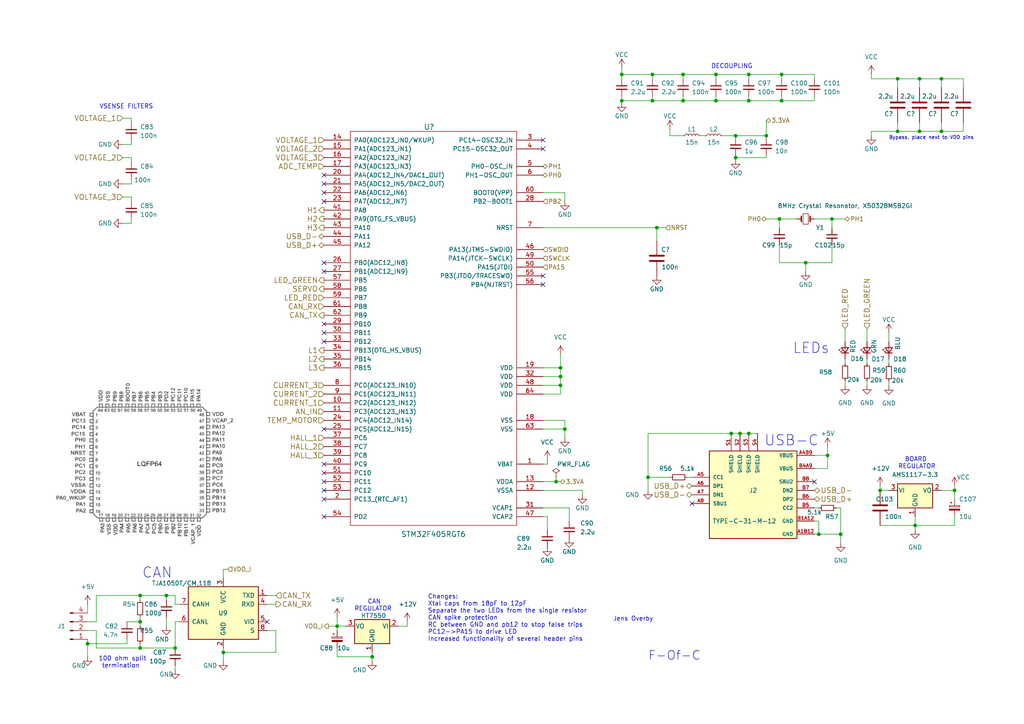
<source format=kicad_sch>
(kicad_sch (version 20211123) (generator eeschema)
  (paper "A4")
  (lib_symbols
    (symbol "BLDC_4-rescue:C-RESCUE-BLDC_4" (pin_numbers hide) (pin_names (offset 0.254))
      (property "Reference" "C" (at 0 2.54 0))
      (property "Value" "C-RESCUE-BLDC_4" (at 0.1524 -2.159 0))
      (symbol "C-RESCUE-BLDC_4_1_1"
        (pin passive line (at 0 5.08 270) (length 4.318) (name "~") (number "1"))
        (pin passive line (at 0 -5.08 90) (length 4.318) (name "~") (number "2"))
      )
    )
    (symbol "BLDC_4-rescue:STM32F40X_LQFP64" (pin_names (offset 1.016))
      (property "Reference" "U" (at -1.27 58.42 0))
      (property "Value" "STM32F40X_LQFP64" (at 0 -59.69 0))
      (symbol "STM32F40X_LQFP64_1_1"
        (pin power_in line (at 31.75 -39.37 180) (length 7.62) (name "VBAT") (number "1"))
        (pin bidirectional line (at -31.75 -21.59 0) (length 7.62) (name "PC2(ADC123_IN12)") (number "10"))
        (pin bidirectional line (at -31.75 -24.13 0) (length 7.62) (name "PC3(ADC123_IN13)") (number "11"))
        (pin power_in line (at 31.75 -46.99 180) (length 7.62) (name "VSSA") (number "12"))
        (pin power_in line (at 31.75 -44.45 180) (length 7.62) (name "VDDA") (number "13"))
        (pin bidirectional line (at -31.75 54.61 0) (length 7.62) (name "PA0(ADC123_IN0/WKUP)") (number "14"))
        (pin bidirectional line (at -31.75 52.07 0) (length 7.62) (name "PA1(ADC123_IN1)") (number "15"))
        (pin bidirectional line (at -31.75 49.53 0) (length 7.62) (name "PA2(ADC123_IN2)") (number "16"))
        (pin bidirectional line (at -31.75 46.99 0) (length 7.62) (name "PA3(ADC123_IN3)") (number "17"))
        (pin power_in line (at 31.75 -26.67 180) (length 7.62) (name "VSS") (number "18"))
        (pin power_in line (at 31.75 -11.43 180) (length 7.62) (name "VDD") (number "19"))
        (pin bidirectional line (at -31.75 -49.53 0) (length 7.62) (name "PC13_(RTC_AF1)") (number "2"))
        (pin bidirectional line (at -31.75 44.45 0) (length 7.62) (name "PA4(ADC12_IN4/DAC1_OUT)") (number "20"))
        (pin bidirectional line (at -31.75 41.91 0) (length 7.62) (name "PA5(ADC12_IN5/DAC2_OUT)") (number "21"))
        (pin bidirectional line (at -31.75 39.37 0) (length 7.62) (name "PA6(ADC12_IN6)") (number "22"))
        (pin bidirectional line (at -31.75 36.83 0) (length 7.62) (name "PA7(ADC12_IN7)") (number "23"))
        (pin bidirectional line (at -31.75 -26.67 0) (length 7.62) (name "PC4(ADC12_IN14)") (number "24"))
        (pin bidirectional line (at -31.75 -29.21 0) (length 7.62) (name "PC5(ADC12_IN15)") (number "25"))
        (pin bidirectional line (at -31.75 19.05 0) (length 7.62) (name "PB0(ADC12_IN8)") (number "26"))
        (pin bidirectional line (at -31.75 16.51 0) (length 7.62) (name "PB1(ADC12_IN9)") (number "27"))
        (pin bidirectional line (at 31.75 36.83 180) (length 7.62) (name "PB2-BOOT1") (number "28"))
        (pin bidirectional line (at -31.75 1.27 0) (length 7.62) (name "PB10") (number "29"))
        (pin bidirectional line (at 31.75 54.61 180) (length 7.62) (name "PC14-OSC32_IN") (number "3"))
        (pin bidirectional line (at -31.75 -1.27 0) (length 7.62) (name "PB11") (number "30"))
        (pin power_out line (at 31.75 -52.07 180) (length 7.62) (name "VCAP1") (number "31"))
        (pin power_in line (at 31.75 -13.97 180) (length 7.62) (name "VDD") (number "32"))
        (pin bidirectional line (at -31.75 -3.81 0) (length 7.62) (name "PB12") (number "33"))
        (pin bidirectional line (at -31.75 -6.35 0) (length 7.62) (name "PB13(OTG_HS_VBUS)") (number "34"))
        (pin bidirectional line (at -31.75 -8.89 0) (length 7.62) (name "PB14") (number "35"))
        (pin bidirectional line (at -31.75 -11.43 0) (length 7.62) (name "PB15") (number "36"))
        (pin bidirectional line (at -31.75 -31.75 0) (length 7.62) (name "PC6") (number "37"))
        (pin bidirectional line (at -31.75 -34.29 0) (length 7.62) (name "PC7") (number "38"))
        (pin bidirectional line (at -31.75 -36.83 0) (length 7.62) (name "PC8") (number "39"))
        (pin power_in line (at 31.75 52.07 180) (length 7.62) (name "PC15-OSC32_OUT") (number "4"))
        (pin bidirectional line (at -31.75 -39.37 0) (length 7.62) (name "PC9") (number "40"))
        (pin bidirectional line (at -31.75 34.29 0) (length 7.62) (name "PA8") (number "41"))
        (pin bidirectional line (at -31.75 31.75 0) (length 7.62) (name "PA9(OTG_FS_VBUS)") (number "42"))
        (pin bidirectional line (at -31.75 29.21 0) (length 7.62) (name "PA10") (number "43"))
        (pin bidirectional line (at -31.75 26.67 0) (length 7.62) (name "PA11") (number "44"))
        (pin bidirectional line (at -31.75 24.13 0) (length 7.62) (name "PA12") (number "45"))
        (pin bidirectional line (at 31.75 22.86 180) (length 7.62) (name "PA13(JTMS-SWDIO)") (number "46"))
        (pin power_out line (at 31.75 -54.61 180) (length 7.62) (name "VCAP2") (number "47"))
        (pin power_in line (at 31.75 -16.51 180) (length 7.62) (name "VDD") (number "48"))
        (pin bidirectional line (at 31.75 20.32 180) (length 7.62) (name "PA14(JTCK-SWCLK)") (number "49"))
        (pin bidirectional line (at 31.75 46.99 180) (length 7.62) (name "PH0-OSC_IN") (number "5"))
        (pin bidirectional line (at 31.75 17.78 180) (length 7.62) (name "PA15(JTDI)") (number "50"))
        (pin bidirectional line (at -31.75 -41.91 0) (length 7.62) (name "PC10") (number "51"))
        (pin bidirectional line (at -31.75 -44.45 0) (length 7.62) (name "PC11") (number "52"))
        (pin bidirectional line (at -31.75 -46.99 0) (length 7.62) (name "PC12") (number "53"))
        (pin bidirectional line (at -31.75 -54.61 0) (length 7.62) (name "PD2") (number "54"))
        (pin bidirectional line (at 31.75 15.24 180) (length 7.62) (name "PB3(JTDO/TRACESWO)") (number "55"))
        (pin bidirectional line (at 31.75 12.7 180) (length 7.62) (name "PB4(NJTRST)") (number "56"))
        (pin bidirectional line (at -31.75 13.97 0) (length 7.62) (name "PB5") (number "57"))
        (pin bidirectional line (at -31.75 11.43 0) (length 7.62) (name "PB6") (number "58"))
        (pin bidirectional line (at -31.75 8.89 0) (length 7.62) (name "PB7") (number "59"))
        (pin bidirectional line (at 31.75 44.45 180) (length 7.62) (name "PH1-OSC_OUT") (number "6"))
        (pin input line (at 31.75 39.37 180) (length 7.62) (name "BOOT0(VPP)") (number "60"))
        (pin bidirectional line (at -31.75 6.35 0) (length 7.62) (name "PB8") (number "61"))
        (pin bidirectional line (at -31.75 3.81 0) (length 7.62) (name "PB9") (number "62"))
        (pin power_in line (at 31.75 -29.21 180) (length 7.62) (name "VSS") (number "63"))
        (pin power_in line (at 31.75 -19.05 180) (length 7.62) (name "VDD") (number "64"))
        (pin bidirectional line (at 31.75 29.21 180) (length 7.62) (name "NRST") (number "7"))
        (pin bidirectional line (at -31.75 -16.51 0) (length 7.62) (name "PC0(ADC123_IN10)") (number "8"))
        (pin bidirectional line (at -31.75 -19.05 0) (length 7.62) (name "PC1(ADC123_IN11)") (number "9"))
      )
    )
    (symbol "Connector:Conn_01x04_Male" (pin_names (offset 1.016) hide)
      (property "Reference" "J" (at 0 5.08 0))
      (property "Value" "Conn_01x04_Male" (at 0 -7.62 0))
      (symbol "Conn_01x04_Male_1_1"
        (pin passive line (at 5.08 2.54 180) (length 3.81) (name "Pin_1") (number "1"))
        (pin passive line (at 5.08 0 180) (length 3.81) (name "Pin_2") (number "2"))
        (pin passive line (at 5.08 -2.54 180) (length 3.81) (name "Pin_3") (number "3"))
        (pin passive line (at 5.08 -5.08 180) (length 3.81) (name "Pin_4") (number "4"))
      )
    )
    (symbol "Device:C_Polarized_Small" (pin_numbers hide) (pin_names (offset 0.254) hide)
      (property "Reference" "C" (at 0.254 1.778 0))
      (property "Value" "C_Polarized_Small" (at 0.254 -2.032 0))
      (symbol "C_Polarized_Small_1_1"
        (pin passive line (at 0 2.54 270) (length 1.8542) (name "~") (number "1"))
        (pin passive line (at 0 -2.54 90) (length 1.8542) (name "~") (number "2"))
      )
    )
    (symbol "Device:C_Small" (pin_numbers hide) (pin_names (offset 0.254) hide)
      (property "Reference" "C" (at 0.254 1.778 0))
      (property "Value" "C_Small" (at 0.254 -2.032 0))
      (symbol "C_Small_1_1"
        (pin passive line (at 0 2.54 270) (length 2.032) (name "~") (number "1"))
        (pin passive line (at 0 -2.54 90) (length 2.032) (name "~") (number "2"))
      )
    )
    (symbol "Device:Crystal_Small" (pin_numbers hide) (pin_names (offset 1.016) hide)
      (property "Reference" "Y" (at 0 2.54 0))
      (property "Value" "Crystal_Small" (at 0 -2.54 0))
      (symbol "Crystal_Small_1_1"
        (pin passive line (at -2.54 0 0) (length 1.27) (name "1") (number "1"))
        (pin passive line (at 2.54 0 180) (length 1.27) (name "2") (number "2"))
      )
    )
    (symbol "Device:LED_Small" (pin_numbers hide) (pin_names (offset 0.254) hide)
      (property "Reference" "D" (at -1.27 3.175 0))
      (property "Value" "LED_Small" (at -4.445 -2.54 0))
      (symbol "LED_Small_1_1"
        (pin passive line (at -2.54 0 0) (length 1.778) (name "K") (number "1"))
        (pin passive line (at 2.54 0 180) (length 1.778) (name "A") (number "2"))
      )
    )
    (symbol "Device:L_Small" (pin_numbers hide) (pin_names (offset 0.254) hide)
      (property "Reference" "L" (at 0.762 1.016 0))
      (property "Value" "L_Small" (at 0.762 -1.016 0))
      (symbol "L_Small_1_1"
        (pin passive line (at 0 2.54 270) (length 0.508) (name "~") (number "1"))
        (pin passive line (at 0 -2.54 90) (length 0.508) (name "~") (number "2"))
      )
    )
    (symbol "Device:R_Small" (pin_numbers hide) (pin_names (offset 0.254) hide)
      (property "Reference" "R" (at 0.762 0.508 0))
      (property "Value" "R_Small" (at 0.762 -1.016 0))
      (symbol "R_Small_1_1"
        (pin passive line (at 0 2.54 270) (length 0.762) (name "~") (number "1"))
        (pin passive line (at 0 -2.54 90) (length 0.762) (name "~") (number "2"))
      )
    )
    (symbol "Interface_CAN_LIN:TJA1051T-3" (pin_names (offset 1.016))
      (property "Reference" "U" (at -10.16 8.89 0))
      (property "Value" "TJA1051T-3" (at 1.27 8.89 0))
      (symbol "TJA1051T-3_1_1"
        (pin input line (at -12.7 5.08 0) (length 2.54) (name "TXD") (number "1"))
        (pin power_in line (at 0 -10.16 90) (length 2.54) (name "GND") (number "2"))
        (pin power_in line (at 0 10.16 270) (length 2.54) (name "VCC") (number "3"))
        (pin output line (at -12.7 2.54 0) (length 2.54) (name "RXD") (number "4"))
        (pin power_in line (at -12.7 -2.54 0) (length 2.54) (name "VIO") (number "5"))
        (pin bidirectional line (at 12.7 -2.54 180) (length 2.54) (name "CANL") (number "6"))
        (pin bidirectional line (at 12.7 2.54 180) (length 2.54) (name "CANH") (number "7"))
        (pin input line (at -12.7 -5.08 0) (length 2.54) (name "S") (number "8"))
      )
    )
    (symbol "Regulator_Linear:L79L08_SOT89" (pin_names (offset 0.254))
      (property "Reference" "U" (at -3.81 -3.175 0))
      (property "Value" "L79L08_SOT89" (at 0 -3.175 0))
      (symbol "L79L08_SOT89_1_1"
        (pin power_in line (at 0 7.62 270) (length 2.54) (name "GND") (number "1"))
        (pin power_in line (at -7.62 0 0) (length 2.54) (name "VI") (number "2"))
        (pin power_out line (at 7.62 0 180) (length 2.54) (name "VO") (number "3"))
      )
    )
    (symbol "Regulator_Linear:LM1117-3.3" (pin_names (offset 0.254))
      (property "Reference" "U" (at -3.81 3.175 0))
      (property "Value" "LM1117-3.3" (at 0 3.175 0))
      (symbol "LM1117-3.3_1_1"
        (pin power_in line (at 0 -7.62 90) (length 2.54) (name "GND") (number "1"))
        (pin power_out line (at 7.62 0 180) (length 2.54) (name "VO") (number "2"))
        (pin power_in line (at -7.62 0 0) (length 2.54) (name "VI") (number "3"))
      )
    )
    (symbol "TYPE-C-31-M-12:TYPE-C-31-M-12" (pin_names (offset 1.016))
      (property "Reference" "J" (at -12.7 13.462 0))
      (property "Value" "TYPE-C-31-M-12" (at -10.16 -8.89 0))
      (symbol "TYPE-C-31-M-12_0_0"
        (pin power_in line (at 17.78 -11.43 180) (length 5.08) (name "GND") (number "A1B12"))
        (pin power_in line (at 17.78 11.43 180) (length 5.08) (name "VBUS") (number "A4B9"))
        (pin bidirectional line (at -17.78 5.08 0) (length 5.08) (name "CC1") (number "A5"))
        (pin bidirectional line (at -17.78 2.54 0) (length 5.08) (name "DP1") (number "A6"))
        (pin bidirectional line (at -17.78 0 0) (length 5.08) (name "DN1") (number "A7"))
        (pin bidirectional line (at -17.78 -2.54 0) (length 5.08) (name "SBU1") (number "A8"))
        (pin power_in line (at 17.78 -7.62 180) (length 5.08) (name "GND") (number "B1A12"))
        (pin power_in line (at 17.78 7.62 180) (length 5.08) (name "VBUS") (number "B4A9"))
        (pin bidirectional line (at 17.78 -3.81 180) (length 5.08) (name "CC2") (number "B5"))
        (pin bidirectional line (at 17.78 -1.27 180) (length 5.08) (name "DP2") (number "B6"))
        (pin bidirectional line (at 17.78 1.27 180) (length 5.08) (name "DN2") (number "B7"))
        (pin bidirectional line (at 17.78 3.81 180) (length 5.08) (name "SBU2") (number "B8"))
        (pin passive line (at -6.35 17.78 270) (length 5.08) (name "SHIELD") (number "S1"))
        (pin passive line (at -3.81 17.78 270) (length 5.08) (name "SHIELD") (number "S2"))
        (pin passive line (at -1.27 17.78 270) (length 5.08) (name "SHIELD") (number "S3"))
        (pin passive line (at 1.27 17.78 270) (length 5.08) (name "SHIELD") (number "S4"))
      )
    )
    (symbol "power:+12V" (power) (pin_names (offset 0))
      (property "Value" "+12V" (at 0 3.556 0))
      (symbol "+12V_1_1"
        (pin power_in line (at 0 0 90) (length 0) hide (name "+12V") (number "1"))
      )
    )
    (symbol "power:+5V" (power) (pin_names (offset 0))
      (property "Value" "+5V" (at 0 3.556 0))
      (symbol "+5V_1_1"
        (pin power_in line (at 0 0 90) (length 0) hide (name "+5V") (number "1"))
      )
    )
    (symbol "power:GND" (power) (pin_names (offset 0))
      (property "Value" "GND" (at 0 -3.81 0))
      (symbol "GND_1_1"
        (pin power_in line (at 0 0 270) (length 0) hide (name "GND") (number "1"))
      )
    )
    (symbol "power:PWR_FLAG" (power) (pin_numbers hide) (pin_names (offset 0) hide)
      (property "Value" "PWR_FLAG" (at 0 3.81 0))
      (symbol "PWR_FLAG_0_0"
        (pin power_out line (at 0 0 90) (length 0) (name "pwr") (number "1"))
      )
    )
    (symbol "power:VCC" (power) (pin_names (offset 0))
      (property "Value" "VCC" (at 0 3.81 0))
      (symbol "VCC_1_1"
        (pin power_in line (at 0 0 90) (length 0) hide (name "VCC") (number "1"))
      )
    )
  )
  (junction (at 226.06 63.5))
  (junction (at 266.7 38.1))
  (junction (at 217.17 21.59))
  (junction (at 207.645 21.59))
  (junction (at 190.5 66.04))
  (junction (at 260.35 38.1))
  (junction (at 161.29 139.7))
  (junction (at 266.7 22.86))
  (junction (at 241.3 63.5))
  (junction (at 162.56 109.22))
  (junction (at 276.86 142.24))
  (junction (at 214.63 125.73))
  (junction (at 180.34 21.59))
  (junction (at 162.56 111.76))
  (junction (at 233.68 76.2))
  (junction (at 50.8 187.96))
  (junction (at 40.64 180.34))
  (junction (at 48.26 172.72))
  (junction (at 260.35 22.86))
  (junction (at 25.4 186.69))
  (junction (at 198.12 21.59))
  (junction (at 189.23 21.59))
  (junction (at 217.17 29.21))
  (junction (at 222.25 39.37))
  (junction (at 243.84 154.94))
  (junction (at 180.34 29.21))
  (junction (at 237.49 154.94))
  (junction (at 213.36 45.72))
  (junction (at 163.83 124.46))
  (junction (at 189.23 29.21))
  (junction (at 213.36 39.37))
  (junction (at 64.77 189.23))
  (junction (at 212.09 125.73))
  (junction (at 255.27 142.24))
  (junction (at 273.05 38.1))
  (junction (at 265.43 152.4))
  (junction (at 273.05 22.86))
  (junction (at 97.79 181.61))
  (junction (at 198.12 29.21))
  (junction (at 40.64 187.96))
  (junction (at 107.95 190.5))
  (junction (at 240.03 132.08))
  (junction (at 217.17 125.73))
  (junction (at 187.96 138.43))
  (junction (at 207.645 29.21))
  (junction (at 40.64 172.72))
  (junction (at 226.695 29.21))
  (junction (at 162.56 106.68))
  (junction (at 226.695 21.59))
  (no_connect (at 93.98 58.42))
  (no_connect (at 93.98 76.2))
  (no_connect (at 93.98 144.78))
  (no_connect (at 93.98 149.86))
  (no_connect (at 93.98 96.52))
  (no_connect (at 93.98 78.74))
  (no_connect (at 157.48 40.64))
  (no_connect (at 157.48 43.18))
  (no_connect (at 93.98 124.46))
  (no_connect (at 93.98 139.7))
  (no_connect (at 157.48 82.55))
  (no_connect (at 157.48 80.01))
  (no_connect (at 93.98 50.8))
  (no_connect (at 93.98 142.24))
  (no_connect (at 200.66 146.05))
  (no_connect (at 93.98 99.06))
  (no_connect (at 93.98 93.98))
  (no_connect (at 93.98 137.16))
  (no_connect (at 93.98 134.62))
  (no_connect (at 77.47 180.34))
  (no_connect (at 236.22 139.7))
  (no_connect (at 93.98 53.34))
  (no_connect (at 93.98 55.88))
  (wire (pts (xy 252.73 22.86) (xy 260.35 22.86)))
  (wire (pts (xy 260.35 22.86) (xy 266.7 22.86)))
  (wire (pts (xy 209.55 39.37) (xy 213.36 39.37)))
  (wire (pts (xy 273.05 22.86) (xy 273.05 25.4)))
  (wire (pts (xy 157.48 106.68) (xy 162.56 106.68)))
  (wire (pts (xy 80.01 189.23) (xy 80.01 182.88)))
  (wire (pts (xy 158.75 134.62) (xy 158.75 133.35)))
  (wire (pts (xy 25.4 185.42) (xy 25.4 186.69)))
  (wire (pts (xy 226.695 29.21) (xy 236.22 29.21)))
  (wire (pts (xy 207.645 29.21) (xy 217.17 29.21)))
  (wire (pts (xy 265.43 152.4) (xy 255.27 152.4)))
  (wire (pts (xy 245.11 95.25) (xy 245.11 99.06)))
  (wire (pts (xy 198.12 21.59) (xy 198.12 22.86)))
  (wire (pts (xy 266.7 38.1) (xy 273.05 38.1)))
  (wire (pts (xy 213.36 46.355) (xy 213.36 45.72)))
  (wire (pts (xy 180.34 29.845) (xy 180.34 29.21)))
  (wire (pts (xy 161.29 138.43) (xy 161.29 139.7)))
  (wire (pts (xy 236.22 135.89) (xy 240.03 135.89)))
  (wire (pts (xy 36.83 180.34) (xy 40.64 180.34)))
  (wire (pts (xy 237.49 151.13) (xy 237.49 154.94)))
  (wire (pts (xy 217.17 21.59) (xy 226.695 21.59)))
  (wire (pts (xy 194.31 39.37) (xy 198.12 39.37)))
  (wire (pts (xy 222.25 63.5) (xy 226.06 63.5)))
  (wire (pts (xy 213.36 40.005) (xy 213.36 39.37)))
  (wire (pts (xy 236.22 27.94) (xy 236.22 29.21)))
  (wire (pts (xy 50.8 180.34) (xy 50.8 187.96)))
  (wire (pts (xy 38.1 46.99) (xy 38.1 45.72)))
  (wire (pts (xy 207.645 21.59) (xy 217.17 21.59)))
  (wire (pts (xy 163.83 121.92) (xy 163.83 124.46)))
  (wire (pts (xy 187.96 138.43) (xy 194.31 138.43)))
  (wire (pts (xy 52.07 175.26) (xy 50.8 175.26)))
  (wire (pts (xy 243.84 154.94) (xy 243.84 157.48)))
  (wire (pts (xy 64.77 187.96) (xy 64.77 189.23)))
  (wire (pts (xy 276.86 140.97) (xy 276.86 142.24)))
  (wire (pts (xy 97.79 181.61) (xy 100.33 181.61)))
  (wire (pts (xy 241.3 71.12) (xy 241.3 76.2)))
  (wire (pts (xy 241.3 63.5) (xy 241.3 66.04)))
  (wire (pts (xy 50.8 193.04) (xy 50.8 194.31)))
  (wire (pts (xy 273.05 38.1) (xy 273.05 35.56)))
  (wire (pts (xy 35.56 57.15) (xy 38.1 57.15)))
  (wire (pts (xy 162.56 111.76) (xy 157.48 111.76)))
  (wire (pts (xy 279.4 38.1) (xy 279.4 35.56)))
  (wire (pts (xy 38.1 52.07) (xy 38.1 53.34)))
  (wire (pts (xy 162.56 139.7) (xy 161.29 139.7)))
  (wire (pts (xy 50.8 172.72) (xy 50.8 175.26)))
  (wire (pts (xy 38.1 35.56) (xy 38.1 34.29)))
  (wire (pts (xy 242.57 147.32) (xy 243.84 147.32)))
  (wire (pts (xy 163.83 58.42) (xy 163.83 55.88)))
  (wire (pts (xy 243.84 147.32) (xy 243.84 154.94)))
  (wire (pts (xy 162.56 109.22) (xy 162.56 111.76)))
  (wire (pts (xy 240.03 129.54) (xy 240.03 132.08)))
  (wire (pts (xy 203.2 39.37) (xy 204.47 39.37)))
  (wire (pts (xy 165.1 151.13) (xy 165.1 147.32)))
  (wire (pts (xy 236.22 21.59) (xy 236.22 22.86)))
  (wire (pts (xy 118.11 180.34) (xy 118.11 181.61)))
  (wire (pts (xy 25.4 175.26) (xy 25.4 177.8)))
  (wire (pts (xy 157.48 121.92) (xy 163.83 121.92)))
  (wire (pts (xy 157.48 134.62) (xy 158.75 134.62)))
  (wire (pts (xy 40.64 172.72) (xy 40.64 173.99)))
  (wire (pts (xy 107.95 190.5) (xy 107.95 189.23)))
  (wire (pts (xy 279.4 22.86) (xy 279.4 25.4)))
  (wire (pts (xy 162.56 102.87) (xy 162.56 106.68)))
  (wire (pts (xy 207.645 21.59) (xy 207.645 22.86)))
  (wire (pts (xy 245.11 104.14) (xy 245.11 105.41)))
  (wire (pts (xy 38.1 53.34) (xy 35.56 53.34)))
  (wire (pts (xy 157.48 124.46) (xy 163.83 124.46)))
  (wire (pts (xy 217.17 29.21) (xy 226.695 29.21)))
  (wire (pts (xy 64.77 165.1) (xy 64.77 167.64)))
  (wire (pts (xy 189.23 21.59) (xy 189.23 22.86)))
  (wire (pts (xy 52.07 180.34) (xy 50.8 180.34)))
  (wire (pts (xy 213.36 45.72) (xy 213.36 45.085)))
  (wire (pts (xy 27.94 182.88) (xy 27.94 187.96)))
  (wire (pts (xy 217.17 125.73) (xy 219.71 125.73)))
  (wire (pts (xy 168.91 142.24) (xy 157.48 142.24)))
  (wire (pts (xy 97.79 187.96) (xy 97.79 190.5)))
  (wire (pts (xy 213.36 45.72) (xy 222.25 45.72)))
  (wire (pts (xy 180.34 21.59) (xy 180.34 22.86)))
  (wire (pts (xy 251.46 95.25) (xy 251.46 99.06)))
  (wire (pts (xy 212.09 125.73) (xy 214.63 125.73)))
  (wire (pts (xy 50.8 187.96) (xy 40.64 187.96)))
  (wire (pts (xy 180.34 27.94) (xy 180.34 29.21)))
  (wire (pts (xy 161.29 139.7) (xy 157.48 139.7)))
  (wire (pts (xy 40.64 179.07) (xy 40.64 180.34)))
  (wire (pts (xy 236.22 63.5) (xy 241.3 63.5)))
  (wire (pts (xy 276.86 142.24) (xy 276.86 144.78)))
  (wire (pts (xy 233.68 76.2) (xy 233.68 78.74)))
  (wire (pts (xy 245.11 110.49) (xy 245.11 111.76)))
  (wire (pts (xy 35.56 34.29) (xy 38.1 34.29)))
  (wire (pts (xy 273.05 22.86) (xy 279.4 22.86)))
  (wire (pts (xy 158.75 149.86) (xy 158.75 153.67)))
  (wire (pts (xy 40.64 180.34) (xy 40.64 181.61)))
  (wire (pts (xy 226.695 21.59) (xy 226.695 22.86)))
  (wire (pts (xy 222.25 45.72) (xy 222.25 45.085)))
  (wire (pts (xy 36.83 185.42) (xy 36.83 186.69)))
  (wire (pts (xy 157.48 149.86) (xy 158.75 149.86)))
  (wire (pts (xy 236.22 132.08) (xy 240.03 132.08)))
  (wire (pts (xy 95.25 181.61) (xy 97.79 181.61)))
  (wire (pts (xy 27.94 172.72) (xy 27.94 180.34)))
  (wire (pts (xy 252.73 38.1) (xy 260.35 38.1)))
  (wire (pts (xy 226.695 27.94) (xy 226.695 29.21)))
  (wire (pts (xy 257.81 110.617) (xy 257.81 111.887)))
  (wire (pts (xy 257.81 96.52) (xy 257.81 99.06)))
  (wire (pts (xy 48.26 172.72) (xy 48.26 173.99)))
  (wire (pts (xy 162.56 114.3) (xy 157.48 114.3)))
  (wire (pts (xy 189.23 29.21) (xy 198.12 29.21)))
  (wire (pts (xy 260.35 22.86) (xy 260.35 25.4)))
  (wire (pts (xy 38.1 64.77) (xy 35.56 64.77)))
  (wire (pts (xy 251.46 104.14) (xy 251.46 105.41)))
  (wire (pts (xy 222.25 34.925) (xy 222.25 39.37)))
  (wire (pts (xy 243.84 154.94) (xy 237.49 154.94)))
  (wire (pts (xy 222.25 40.005) (xy 222.25 39.37)))
  (wire (pts (xy 252.73 39.37) (xy 252.73 38.1)))
  (wire (pts (xy 27.94 180.34) (xy 25.4 180.34)))
  (wire (pts (xy 80.01 182.88) (xy 77.47 182.88)))
  (wire (pts (xy 194.31 37.465) (xy 194.31 39.37)))
  (wire (pts (xy 38.1 41.91) (xy 35.56 41.91)))
  (wire (pts (xy 180.34 19.685) (xy 180.34 21.59)))
  (wire (pts (xy 236.22 154.94) (xy 237.49 154.94)))
  (wire (pts (xy 226.06 76.2) (xy 233.68 76.2)))
  (wire (pts (xy 273.05 38.1) (xy 279.4 38.1)))
  (wire (pts (xy 64.77 189.23) (xy 64.77 191.77)))
  (wire (pts (xy 257.81 104.14) (xy 257.81 105.537)))
  (wire (pts (xy 200.66 138.43) (xy 199.39 138.43)))
  (wire (pts (xy 27.94 187.96) (xy 40.64 187.96)))
  (wire (pts (xy 251.46 110.49) (xy 251.46 111.76)))
  (wire (pts (xy 38.1 63.5) (xy 38.1 64.77)))
  (wire (pts (xy 233.68 76.2) (xy 241.3 76.2)))
  (wire (pts (xy 198.12 21.59) (xy 207.645 21.59)))
  (wire (pts (xy 180.34 29.21) (xy 189.23 29.21)))
  (wire (pts (xy 265.43 152.4) (xy 265.43 153.67)))
  (wire (pts (xy 198.12 29.21) (xy 207.645 29.21)))
  (wire (pts (xy 157.48 55.88) (xy 163.83 55.88)))
  (wire (pts (xy 207.645 27.94) (xy 207.645 29.21)))
  (wire (pts (xy 260.35 38.1) (xy 266.7 38.1)))
  (wire (pts (xy 260.35 35.56) (xy 260.35 38.1)))
  (wire (pts (xy 273.05 142.24) (xy 276.86 142.24)))
  (wire (pts (xy 187.96 125.73) (xy 187.96 138.43)))
  (wire (pts (xy 48.26 179.07) (xy 48.26 181.61)))
  (wire (pts (xy 187.96 142.24) (xy 187.96 138.43)))
  (wire (pts (xy 222.25 39.37) (xy 213.36 39.37)))
  (wire (pts (xy 25.4 182.88) (xy 27.94 182.88)))
  (wire (pts (xy 217.17 27.94) (xy 217.17 29.21)))
  (wire (pts (xy 236.22 151.13) (xy 237.49 151.13)))
  (wire (pts (xy 226.06 63.5) (xy 231.14 63.5)))
  (wire (pts (xy 48.26 172.72) (xy 50.8 172.72)))
  (wire (pts (xy 25.4 186.69) (xy 36.83 186.69)))
  (wire (pts (xy 257.81 142.24) (xy 255.27 142.24)))
  (wire (pts (xy 40.64 187.96) (xy 40.64 186.69)))
  (wire (pts (xy 266.7 38.1) (xy 266.7 35.56)))
  (wire (pts (xy 212.09 125.73) (xy 187.96 125.73)))
  (wire (pts (xy 40.64 172.72) (xy 48.26 172.72)))
  (wire (pts (xy 240.03 135.89) (xy 240.03 132.08)))
  (wire (pts (xy 241.3 63.5) (xy 245.11 63.5)))
  (wire (pts (xy 276.86 149.86) (xy 276.86 152.4)))
  (wire (pts (xy 77.47 175.26) (xy 80.01 175.26)))
  (wire (pts (xy 162.56 111.76) (xy 162.56 114.3)))
  (wire (pts (xy 115.57 181.61) (xy 118.11 181.61)))
  (wire (pts (xy 190.5 66.04) (xy 193.04 66.04)))
  (wire (pts (xy 255.27 140.97) (xy 255.27 142.24)))
  (wire (pts (xy 162.56 109.22) (xy 157.48 109.22)))
  (wire (pts (xy 97.79 181.61) (xy 97.79 182.88)))
  (wire (pts (xy 190.5 66.04) (xy 190.5 69.85)))
  (wire (pts (xy 265.43 152.4) (xy 276.86 152.4)))
  (wire (pts (xy 180.34 21.59) (xy 189.23 21.59)))
  (wire (pts (xy 266.7 22.86) (xy 273.05 22.86)))
  (wire (pts (xy 97.79 179.07) (xy 97.79 181.61)))
  (wire (pts (xy 38.1 40.64) (xy 38.1 41.91)))
  (wire (pts (xy 27.94 172.72) (xy 40.64 172.72)))
  (wire (pts (xy 157.48 66.04) (xy 190.5 66.04)))
  (wire (pts (xy 198.12 27.94) (xy 198.12 29.21)))
  (wire (pts (xy 163.83 124.46) (xy 163.83 127)))
  (wire (pts (xy 252.73 21.59) (xy 252.73 22.86)))
  (wire (pts (xy 64.77 189.23) (xy 80.01 189.23)))
  (wire (pts (xy 226.06 71.12) (xy 226.06 76.2)))
  (wire (pts (xy 35.56 45.72) (xy 38.1 45.72)))
  (wire (pts (xy 189.23 27.94) (xy 189.23 29.21)))
  (wire (pts (xy 66.04 165.1) (xy 64.77 165.1)))
  (wire (pts (xy 226.06 63.5) (xy 226.06 66.04)))
  (wire (pts (xy 165.1 147.32) (xy 157.48 147.32)))
  (wire (pts (xy 214.63 125.73) (xy 217.17 125.73)))
  (wire (pts (xy 266.7 22.86) (xy 266.7 25.4)))
  (wire (pts (xy 38.1 58.42) (xy 38.1 57.15)))
  (wire (pts (xy 77.47 172.72) (xy 80.01 172.72)))
  (wire (pts (xy 236.22 147.32) (xy 237.49 147.32)))
  (wire (pts (xy 265.43 149.86) (xy 265.43 152.4)))
  (wire (pts (xy 217.17 21.59) (xy 217.17 22.86)))
  (wire (pts (xy 107.95 191.77) (xy 107.95 190.5)))
  (wire (pts (xy 226.695 21.59) (xy 236.22 21.59)))
  (wire (pts (xy 168.91 143.51) (xy 168.91 142.24)))
  (wire (pts (xy 97.79 190.5) (xy 107.95 190.5)))
  (wire (pts (xy 189.23 21.59) (xy 198.12 21.59)))
  (wire (pts (xy 162.56 106.68) (xy 162.56 109.22)))
  (wire (pts (xy 25.4 186.69) (xy 25.4 190.5)))
  (image (at 41.91 134.62))
  (text "    CAN\nREGULATOR" (at 102.743 177.419 0) (effects (font (size 1.27 1.27)) (justify left bottom)))
  (text "DECOUPLING" (at 206.248 20.066 0) (effects (font (size 1.27 1.27)) (justify left bottom)))
  (text "Changes: \nXtal caps from 18pF to 12pF\nSeparate the two LEDs from the single resistor\nCAN spike protection\nRC between GND and pb12 to stop false trips\nPC12->PA15 to drive LED\nIncreased functionality of several header pins\n" (at 124.079 186.182 0) (effects (font (size 1.27 1.27)) (justify left bottom)))
  (text "VSENSE FILTERS\n" (at 28.829 31.75 0) (effects (font (size 1.27 1.27)) (justify left bottom)))
  (text "LEDs\n" (at 229.87 102.87 0) (effects (font (size 2.9972 2.9972)) (justify left bottom)))
  (text "CAN" (at 41.148 168.021 0) (effects (font (size 2.9972 2.9972)) (justify left bottom)))
  (text "Jens Overby" (at 177.8 180.34 0) (effects (font (size 1.27 1.27)) (justify left bottom)))
  (text "100 ohm split\n termination" (at 28.575 193.929 0) (effects (font (size 1.27 1.27)) (justify left bottom)))
  (text "  BOARD\nREGULATOR\n\n" (at 260.477 138.176 0) (effects (font (size 1.27 1.27)) (justify left bottom)))
  (text "F-Of-C" (at 187.96 191.77 0) (effects (font (size 2.54 2.54)) (justify left bottom)))
  (text "USB-C\n" (at 221.615 129.667 0) (effects (font (size 2.9972 2.9972)) (justify left bottom)))
  (text "Bypass, place next to VDD pins" (at 257.81 40.64 0) (effects (font (size 1.016 1.016)) (justify left bottom)))
  (hierarchical_label "CAN_TX" (shape input) (at 80.01 172.72 0) (effects (font (size 1.524 1.524))))
  (hierarchical_label "CURRENT_1" (shape input) (at 93.98 116.84 180) (effects (font (size 1.524 1.524))))
  (hierarchical_label "VOLTAGE_2" (shape input) (at 93.98 43.18 180) (effects (font (size 1.524 1.524))))
  (hierarchical_label "USB_D+" (shape bidirectional) (at 200.66 140.97 180) (effects (font (size 1.524 1.524))))
  (hierarchical_label "PA15" (shape input) (at 157.48 77.47 0))
  (hierarchical_label "H1" (shape output) (at 93.98 60.96 180) (effects (font (size 1.524 1.524))))
  (hierarchical_label "SERVO" (shape output) (at 93.98 83.82 180) (effects (font (size 1.524 1.524))))
  (hierarchical_label "CAN_RX" (shape input) (at 93.98 88.9 180) (effects (font (size 1.524 1.524))))
  (hierarchical_label "VDO_I" (shape output) (at 95.25 181.61 180))
  (hierarchical_label "CURRENT_2" (shape input) (at 93.98 114.3 180) (effects (font (size 1.524 1.524))))
  (hierarchical_label "SWDIO" (shape input) (at 157.48 72.39 0))
  (hierarchical_label "L2" (shape output) (at 93.98 104.14 180) (effects (font (size 1.524 1.524))))
  (hierarchical_label "CAN_RX" (shape output) (at 80.01 175.26 0) (effects (font (size 1.524 1.524))))
  (hierarchical_label "HALL_3" (shape input) (at 93.98 132.08 180) (effects (font (size 1.524 1.524))))
  (hierarchical_label "PH1" (shape bidirectional) (at 245.11 63.5 0))
  (hierarchical_label "NRST" (shape input) (at 193.04 66.04 0))
  (hierarchical_label "LED_RED" (shape input) (at 245.11 95.25 90) (effects (font (size 1.524 1.524))))
  (hierarchical_label "3.3VA" (shape bidirectional) (at 222.25 34.925 0))
  (hierarchical_label "VOLTAGE_1" (shape input) (at 35.56 34.29 180) (effects (font (size 1.524 1.524))))
  (hierarchical_label "USB_D-" (shape bidirectional) (at 236.22 142.24 0) (effects (font (size 1.524 1.524))))
  (hierarchical_label "3.3VA" (shape bidirectional) (at 162.56 139.7 0))
  (hierarchical_label "VDO_I" (shape input) (at 66.04 165.1 0))
  (hierarchical_label "VOLTAGE_1" (shape input) (at 93.98 40.64 180) (effects (font (size 1.524 1.524))))
  (hierarchical_label "PH1" (shape bidirectional) (at 157.48 48.26 0))
  (hierarchical_label "L3" (shape output) (at 93.98 106.68 180) (effects (font (size 1.524 1.524))))
  (hierarchical_label "L1" (shape output) (at 93.98 101.6 180) (effects (font (size 1.524 1.524))))
  (hierarchical_label "USB_D-" (shape bidirectional) (at 200.66 143.51 180) (effects (font (size 1.524 1.524))))
  (hierarchical_label "USB_D+" (shape bidirectional) (at 93.98 71.12 180) (effects (font (size 1.524 1.524))))
  (hierarchical_label "LED_GREEN" (shape output) (at 93.98 81.28 180) (effects (font (size 1.524 1.524))))
  (hierarchical_label "HALL_1" (shape input) (at 93.98 127 180) (effects (font (size 1.524 1.524))))
  (hierarchical_label "VOLTAGE_3" (shape input) (at 93.98 45.72 180) (effects (font (size 1.524 1.524))))
  (hierarchical_label "PH0" (shape bidirectional) (at 222.25 63.5 180))
  (hierarchical_label "CAN_TX" (shape output) (at 93.98 91.44 180) (effects (font (size 1.524 1.524))))
  (hierarchical_label "HALL_2" (shape input) (at 93.98 129.54 180) (effects (font (size 1.524 1.524))))
  (hierarchical_label "AN_IN" (shape input) (at 93.98 119.38 180) (effects (font (size 1.524 1.524))))
  (hierarchical_label "PB2" (shape input) (at 157.48 58.42 0))
  (hierarchical_label "TEMP_MOTOR" (shape input) (at 93.98 121.92 180) (effects (font (size 1.524 1.524))))
  (hierarchical_label "LED_RED" (shape input) (at 93.98 86.36 180) (effects (font (size 1.524 1.524))))
  (hierarchical_label "H2" (shape output) (at 93.98 63.5 180) (effects (font (size 1.524 1.524))))
  (hierarchical_label "LED_GREEN" (shape input) (at 251.46 95.25 90) (effects (font (size 1.524 1.524))))
  (hierarchical_label "PH0" (shape bidirectional) (at 157.48 50.8 0))
  (hierarchical_label "VOLTAGE_3" (shape input) (at 35.56 57.15 180) (effects (font (size 1.524 1.524))))
  (hierarchical_label "CURRENT_3" (shape input) (at 93.98 111.76 180) (effects (font (size 1.524 1.524))))
  (hierarchical_label "VOLTAGE_2" (shape input) (at 35.56 45.72 180) (effects (font (size 1.524 1.524))))
  (hierarchical_label "ADC_TEMP" (shape input) (at 93.98 48.26 180) (effects (font (size 1.524 1.524))))
  (hierarchical_label "USB_D+" (shape bidirectional) (at 236.22 144.78 0) (effects (font (size 1.524 1.524))))
  (hierarchical_label "SWCLK" (shape input) (at 157.48 74.93 0))
  (hierarchical_label "H3" (shape output) (at 93.98 66.04 180) (effects (font (size 1.524 1.524))))
  (hierarchical_label "USB_D-" (shape bidirectional) (at 93.98 68.58 180) (effects (font (size 1.524 1.524))))
  (symbol (lib_id "Device:L_Small") (at 207.01 39.37 90) (unit 1)
    (property "Reference" "L2" (at 207.01 37.465 90))
    (property "Value" "15n" (at 207.01 41.275 90))
    (property "Footprint" "Inductor_SMD:L_0402_1005Metric" (effects hide))
    (property "LCSC" "C27143" (effects hide))
  )
  (symbol (lib_id "Device:C_Small") (at 236.22 25.4 0) (unit 1)
    (property "Reference" "C101" (at 238.76 24.13 0) (effects (justify left)))
    (property "Value" "100n" (at 238.76 26.67 0) (effects (justify left)))
    (property "Footprint" "Capacitor_SMD:C_0402_1005Metric" (effects hide))
    (property "Datasheet" "https://datasheet.lcsc.com/lcsc/1810191219_Samsung-Electro-Mechanics-CL05B104KO5NNNC_C1525.pdf" (effects hide))
    (property "LCSC" "C1525" (effects hide))
  )
  (symbol (lib_id "power:GND") (at 251.46 111.76 0) (unit 1)
    (property "Reference" "#PWR065" (effects hide))
    (property "Value" "GND" (at 251.46 116.84 0))
  )
  (symbol (lib_id "Interface_CAN_LIN:TJA1051T-3") (at 64.77 177.8 0) (mirror y) (unit 1)
    (property "Reference" "U9" (at 66.04 177.8 0) (effects (justify left)))
    (property "Value" " TJA1050T/CM,118" (at 61.341 169.164 0) (effects (justify left)))
    (property "Footprint" "Package_SO:SOIC-8_3.9x4.9mm_P1.27mm" (effects hide))
    (property "Datasheet" "https://datasheet.lcsc.com/lcsc/1809201810_NXP-Semicon-TJA1050T-CM-118_C6952.pdf" (effects hide))
    (property "LCSC" "C6952" (effects hide))
  )
  (symbol (lib_id "power:GND") (at 25.4 190.5 0) (mirror y) (unit 1)
    (property "Reference" "#PWR038" (effects hide))
    (property "Value" "GND" (at 22.86 193.04 0))
  )
  (symbol (lib_id "Device:R_Small") (at 40.64 176.53 0) (mirror x) (unit 1)
    (property "Reference" "R54" (at 39.37 175.26 0) (effects (justify right)))
    (property "Value" "100Ω" (effects hide))
    (property "Footprint" "Resistor_SMD:R_0402_1005Metric" (effects hide))
    (property "LCSC" "C25076" (effects hide))
  )
  (symbol (lib_id "Device:R_Small") (at 245.11 107.95 180) (unit 1)
    (property "Reference" "R58" (at 237.49 107.95 0) (effects (justify right)))
    (property "Value" "20k" (at 245.745 110.109 0) (effects (justify right)))
    (property "Footprint" "Resistor_SMD:R_0402_1005Metric" (effects hide))
    (property "LCSC" "C25765" (effects hide))
  )
  (symbol (lib_id "power:GND") (at 163.83 127 0) (unit 1)
    (property "Reference" "#PWR?" (effects hide))
    (property "Value" "GND" (at 163.83 130.81 0))
  )
  (symbol (lib_id "Device:C_Small") (at 48.26 176.53 0) (mirror y) (unit 1)
    (property "Reference" "C86" (at 45.72 175.26 0) (effects (justify left)))
    (property "Value" "100p" (at 46.99 177.8 0) (effects (justify left)))
    (property "Footprint" "Capacitor_SMD:C_0402_1005Metric" (effects hide))
    (property "LCSC" "C1546" (effects hide))
  )
  (symbol (lib_id "power:GND") (at 165.1 156.21 0) (unit 1)
    (property "Reference" "#PWR053" (effects hide))
    (property "Value" "GND" (at 165.1 160.02 0))
  )
  (symbol (lib_id "power:+12V") (at 118.11 180.34 0) (mirror y) (unit 1)
    (property "Reference" "#PWR047" (effects hide))
    (property "Value" "+12V" (at 115.57 175.26 0) (effects (justify right)))
  )
  (symbol (lib_id "power:GND") (at 252.73 39.37 0) (unit 1)
    (property "Reference" "#PWR?" (effects hide))
    (property "Value" "GND" (at 252.73 43.18 0))
  )
  (symbol (lib_id "power:GND") (at 190.5 80.01 0) (unit 1)
    (property "Reference" "#PWR?" (effects hide))
    (property "Value" "GND" (at 190.5 83.82 0))
  )
  (symbol (lib_id "BLDC_4-rescue:C-RESCUE-BLDC_4") (at 273.05 30.48 180) (unit 1)
    (property "Reference" "C?" (at 271.78 33.02 0) (effects (justify left)))
    (property "Value" "2.2u" (at 271.78 27.94 0) (effects (justify left)))
    (property "Footprint" "Capacitor_SMD:C_0603_1608Metric" (effects hide))
    (property "LCSC" "C23630" (effects hide))
  )
  (symbol (lib_id "Regulator_Linear:L79L08_SOT89") (at 107.95 181.61 180) (unit 1)
    (property "Reference" "U10" (effects hide))
    (property "Value" "HT7550" (at 108.331 178.562 0))
    (property "Footprint" "Package_TO_SOT_SMD:SOT-89-3" (effects hide))
    (property "Datasheet" "https://datasheet.lcsc.com/lcsc/1811061932_Holtek-Semicon-HT7550-1_C16106.pdf" (effects hide))
    (property "LCSC" "C16106" (effects hide))
  )
  (symbol (lib_id "power:GND") (at 158.75 158.75 0) (unit 1)
    (property "Reference" "#PWR049" (effects hide))
    (property "Value" "GND" (at 158.75 162.56 0))
  )
  (symbol (lib_id "power:GND") (at 257.81 111.887 0) (unit 1)
    (property "Reference" "#PWR070" (effects hide))
    (property "Value" "GND" (at 257.81 116.967 0))
  )
  (symbol (lib_id "Device:C_Small") (at 198.12 25.4 0) (unit 1)
    (property "Reference" "C94" (at 200.66 24.13 0) (effects (justify left)))
    (property "Value" "100n" (at 200.66 26.67 0) (effects (justify left)))
    (property "Footprint" "Capacitor_SMD:C_0402_1005Metric" (effects hide))
    (property "Datasheet" "https://datasheet.lcsc.com/lcsc/1810191219_Samsung-Electro-Mechanics-CL05B104KO5NNNC_C1525.pdf" (effects hide))
    (property "LCSC" "C1525" (effects hide))
  )
  (symbol (lib_id "power:VCC") (at 158.75 133.35 0) (unit 1)
    (property "Reference" "#PWR?" (effects hide))
    (property "Value" "VCC" (at 158.75 128.27 0))
  )
  (symbol (lib_id "power:GND") (at 233.68 78.74 0) (unit 1)
    (property "Reference" "#PWR061" (effects hide))
    (property "Value" "GND" (at 233.68 82.55 0))
  )
  (symbol (lib_id "Device:R_Small") (at 196.85 138.43 270) (unit 1)
    (property "Reference" "R56" (at 193.04 135.89 90))
    (property "Value" "5.1k" (at 199.39 135.89 90))
    (property "Footprint" "Resistor_SMD:R_0402_1005Metric" (effects hide))
    (property "LCSC" "C25905" (effects hide))
  )
  (symbol (lib_id "power:GND") (at 245.11 111.76 0) (unit 1)
    (property "Reference" "#PWR064" (effects hide))
    (property "Value" "GND" (at 245.11 116.84 0))
  )
  (symbol (lib_id "power:+5V") (at 25.4 175.26 0) (unit 1)
    (property "Reference" "#PWR037" (effects hide))
    (property "Value" "+5V" (at 25.4 170.18 0))
  )
  (symbol (lib_id "power:GND") (at 48.26 181.61 0) (unit 1)
    (property "Reference" "#PWR042" (effects hide))
    (property "Value" "GND" (at 46.99 185.42 0))
  )
  (symbol (lib_id "power:GND") (at 107.95 191.77 0) (unit 1)
    (property "Reference" "#PWR046" (effects hide))
    (property "Value" "GND" (at 104.267 194.31 0))
  )
  (symbol (lib_id "power:+12V") (at 255.27 140.97 0) (mirror y) (unit 1)
    (property "Reference" "#PWR068" (effects hide))
    (property "Value" "+12V" (at 252.73 135.89 0) (effects (justify right)))
  )
  (symbol (lib_id "power:GND") (at 50.8 194.31 0) (unit 1)
    (property "Reference" "#PWR043" (effects hide))
    (property "Value" "GND" (at 48.26 195.58 0))
  )
  (symbol (lib_id "BLDC_4-rescue:C-RESCUE-BLDC_4") (at 266.7 30.48 180) (unit 1)
    (property "Reference" "C?" (at 265.43 33.02 0) (effects (justify left)))
    (property "Value" "2.2u" (at 265.43 27.94 0) (effects (justify left)))
    (property "Footprint" "Capacitor_SMD:C_0603_1608Metric" (effects hide))
    (property "LCSC" "C23630" (effects hide))
  )
  (symbol (lib_id "power:VCC") (at 162.56 102.87 0) (unit 1)
    (property "Reference" "#PWR?" (effects hide))
    (property "Value" "VCC" (at 162.56 97.79 0))
  )
  (symbol (lib_id "Device:C_Small") (at 189.23 25.4 0) (unit 1)
    (property "Reference" "C92" (at 191.77 24.13 0) (effects (justify left)))
    (property "Value" "2.2u" (at 191.77 26.67 0) (effects (justify left)))
    (property "Footprint" "Capacitor_SMD:C_0603_1608Metric" (effects hide))
    (property "LCSC" "C23630" (effects hide))
  )
  (symbol (lib_id "Device:Crystal_Small") (at 233.68 63.5 0) (unit 1)
    (property "Reference" "Y1" (at 237.871 66.04 0))
    (property "Value" "8MHz Crystal Resonator, X50328MSB2GI" (at 245.11 59.69 0))
    (property "Footprint" "Crystal:Crystal_SMD_5032-2Pin_5.0x3.2mm" (effects hide))
    (property "LCSC" "C115962" (effects hide))
  )
  (symbol (lib_id "Device:C_Small") (at 217.17 25.4 0) (unit 1)
    (property "Reference" "C97" (at 219.71 24.13 0) (effects (justify left)))
    (property "Value" "100n" (at 219.71 26.67 0) (effects (justify left)))
    (property "Footprint" "Capacitor_SMD:C_0402_1005Metric" (effects hide))
    (property "Datasheet" "https://datasheet.lcsc.com/lcsc/1810191219_Samsung-Electro-Mechanics-CL05B104KO5NNNC_C1525.pdf" (effects hide))
    (property "LCSC" "C1525" (effects hide))
  )
  (symbol (lib_id "Device:C_Small") (at 226.695 25.4 0) (unit 1)
    (property "Reference" "C100" (at 229.235 24.13 0) (effects (justify left)))
    (property "Value" "100n" (at 229.235 26.67 0) (effects (justify left)))
    (property "Footprint" "Capacitor_SMD:C_0402_1005Metric" (effects hide))
    (property "Datasheet" "https://datasheet.lcsc.com/lcsc/1810191219_Samsung-Electro-Mechanics-CL05B104KO5NNNC_C1525.pdf" (effects hide))
    (property "LCSC" "C1525" (effects hide))
  )
  (symbol (lib_id "Device:R_Small") (at 251.46 107.95 180) (unit 1)
    (property "Reference" "R59" (at 252.984 107.442 0) (effects (justify right)))
    (property "Value" "20k" (at 252.349 110.236 0) (effects (justify right)))
    (property "Footprint" "Resistor_SMD:R_0402_1005Metric" (effects hide))
    (property "LCSC" "C25765" (effects hide))
  )
  (symbol (lib_id "Device:R_Small") (at 40.64 184.15 0) (mirror x) (unit 1)
    (property "Reference" "R55" (at 44.45 182.88 0) (effects (justify right)))
    (property "Value" "100Ω" (effects hide))
    (property "Footprint" "Resistor_SMD:R_0402_1005Metric" (effects hide))
    (property "LCSC" "C25076" (effects hide))
  )
  (symbol (lib_id "Device:C_Small") (at 38.1 38.1 0) (unit 1)
    (property "Reference" "C83" (at 40.64 36.83 0) (effects (justify left)))
    (property "Value" "100n" (at 40.64 39.37 0) (effects (justify left)))
    (property "Footprint" "Capacitor_SMD:C_0402_1005Metric" (effects hide))
    (property "Datasheet" "https://datasheet.lcsc.com/lcsc/1810191219_Samsung-Electro-Mechanics-CL05B104KO5NNNC_C1525.pdf" (effects hide))
    (property "LCSC" "C1525" (effects hide))
  )
  (symbol (lib_id "Device:LED_Small") (at 245.11 101.6 90) (unit 1)
    (property "Reference" "D16" (at 246.634 104.013 90) (effects (justify right)))
    (property "Value" "RED" (at 247.396 100.457 0))
    (property "Footprint" "LED_SMD:LED_0603_1608Metric" (effects hide))
    (property "Datasheet" "https://datasheet.lcsc.com/lcsc/2008201033_Foshan-NationStar-Optoelectronics-NCD0603G2_C87326.pdf" (effects hide))
    (property "LCSC" "C2286" (effects hide))
  )
  (symbol (lib_id "power:VCC") (at 257.81 96.52 0) (unit 1)
    (property "Reference" "#PWR069" (effects hide))
    (property "Value" "VCC" (at 257.81 92.71 0))
  )
  (symbol (lib_id "Device:C_Small") (at 158.75 156.21 0) (unit 1)
    (property "Reference" "C89" (at 149.86 156.21 0) (effects (justify left)))
    (property "Value" "2.2u" (at 149.86 158.75 0) (effects (justify left)))
    (property "Footprint" "Capacitor_SMD:C_0603_1608Metric" (effects hide))
    (property "LCSC" "C23630" (effects hide))
  )
  (symbol (lib_id "Device:C_Small") (at 165.1 153.67 0) (unit 1)
    (property "Reference" "C90" (at 168.275 151.765 0) (effects (justify left)))
    (property "Value" "2.2u" (at 168.275 154.305 0) (effects (justify left)))
    (property "Footprint" "Capacitor_SMD:C_0603_1608Metric" (effects hide))
    (property "LCSC" "C23630" (effects hide))
  )
  (symbol (lib_id "power:GND") (at 187.96 142.24 0) (unit 1)
    (property "Reference" "#PWR057" (effects hide))
    (property "Value" "GND" (at 185.42 143.5101 0) (effects (justify right)))
  )
  (symbol (lib_id "Device:C_Small") (at 38.1 60.96 0) (unit 1)
    (property "Reference" "C85" (at 40.64 59.69 0) (effects (justify left)))
    (property "Value" "100n" (at 40.64 62.23 0) (effects (justify left)))
    (property "Footprint" "Capacitor_SMD:C_0402_1005Metric" (effects hide))
    (property "Datasheet" "https://datasheet.lcsc.com/lcsc/1810191219_Samsung-Electro-Mechanics-CL05B104KO5NNNC_C1525.pdf" (effects hide))
    (property "LCSC" "C1525" (effects hide))
  )
  (symbol (lib_id "power:+5V") (at 240.03 129.54 0) (mirror y) (unit 1)
    (property "Reference" "#PWR062" (effects hide))
    (property "Value" "+5V" (at 240.03 125.73 0))
  )
  (symbol (lib_id "Device:C_Small") (at 50.8 190.5 0) (mirror y) (unit 1)
    (property "Reference" "C87" (at 48.26 189.23 0) (effects (justify left)))
    (property "Value" "100p" (at 48.26 191.77 0) (effects (justify left)))
    (property "Footprint" "Capacitor_SMD:C_0402_1005Metric" (effects hide))
    (property "LCSC" "C1546" (effects hide))
  )
  (symbol (lib_id "BLDC_4-rescue:C-RESCUE-BLDC_4") (at 260.35 30.48 180) (unit 1)
    (property "Reference" "C?" (at 259.08 33.02 0) (effects (justify left)))
    (property "Value" "2.2u" (at 259.08 27.94 0) (effects (justify left)))
    (property "Footprint" "Capacitor_SMD:C_0603_1608Metric" (effects hide))
    (property "LCSC" "C23630" (effects hide))
  )
  (symbol (lib_id "BLDC_4-rescue:STM32F40X_LQFP64") (at 125.73 95.25 0) (unit 1)
    (property "Reference" "U?" (at 124.46 36.83 0) (effects (font (size 1.524 1.524))))
    (property "Value" "STM32F405RGT6" (at 125.73 154.94 0) (effects (font (size 1.524 1.524))))
    (property "Footprint" "Package_QFP:LQFP-64_10x10mm_P0.5mm" (effects hide))
  )
  (symbol (lib_id "Regulator_Linear:LM1117-3.3") (at 265.43 142.24 0) (unit 1)
    (property "Reference" "U12" (effects hide))
    (property "Value" "AMS1117-3.3" (at 265.43 137.668 0))
    (property "Footprint" "Package_TO_SOT_SMD:SOT-223-3_TabPin2" (effects hide))
    (property "Datasheet" "https://datasheet.lcsc.com/lcsc/1811131822_HTC-Korea-TAEJIN-Tech-LM1117S-3-3_C126027.pdf" (effects hide))
    (property "LCSC" "C6186" (effects hide))
  )
  (symbol (lib_id "Device:C_Small") (at 213.36 42.545 0) (unit 1)
    (property "Reference" "C96" (at 215.9 41.275 0) (effects (justify left)))
    (property "Value" "1u" (at 215.9 43.815 0) (effects (justify left)))
    (property "Footprint" "Capacitor_SMD:C_0402_1005Metric" (effects hide))
    (property "Datasheet" "https://datasheet.lcsc.com/lcsc/1811091611_Samsung-Electro-Mechanics-CL05A105KA5NQNC_C52923.pdf" (effects hide))
    (property "LCSC" "C52923" (effects hide))
  )
  (symbol (lib_id "Device:C_Small") (at 180.34 25.4 0) (unit 1)
    (property "Reference" "C91" (at 182.88 24.13 0) (effects (justify left)))
    (property "Value" "2.2u" (at 182.88 26.67 0) (effects (justify left)))
    (property "Footprint" "Capacitor_SMD:C_0603_1608Metric" (effects hide))
    (property "LCSC" "C23630" (effects hide))
  )
  (symbol (lib_id "power:GND") (at 180.34 29.845 0) (unit 1)
    (property "Reference" "#PWR056" (effects hide))
    (property "Value" "GND" (at 180.34 33.655 0))
  )
  (symbol (lib_id "power:VCC") (at 194.31 37.465 0) (unit 1)
    (property "Reference" "#PWR059" (effects hide))
    (property "Value" "VCC" (at 194.31 33.655 0))
  )
  (symbol (lib_id "power:GND") (at 35.56 41.91 270) (unit 1)
    (property "Reference" "#PWR039" (effects hide))
    (property "Value" "GND" (at 30.48 41.91 90))
  )
  (symbol (lib_id "power:GND") (at 265.43 153.67 0) (unit 1)
    (property "Reference" "#PWR071" (effects hide))
    (property "Value" "GND" (at 265.43 158.75 0))
  )
  (symbol (lib_id "Device:C_Small") (at 36.83 182.88 0) (mirror y) (unit 1)
    (property "Reference" "C82" (at 34.29 181.61 0) (effects (justify left)))
    (property "Value" "4.7n" (at 34.29 184.15 0) (effects (justify left)))
    (property "Footprint" "Capacitor_SMD:C_0402_1005Metric" (effects hide))
    (property "Datasheet" "https://datasheet.lcsc.com/lcsc/1811031110_FH--Guangdong-Fenghua-Advanced-Tech-0402B472K500NT_C1538.pdf" (effects hide))
    (property "LCSC" "C1538" (effects hide))
  )
  (symbol (lib_id "Device:LED_Small") (at 251.46 101.6 90) (unit 1)
    (property "Reference" "D17" (at 252.73 104.14 90) (effects (justify right)))
    (property "Value" "GRN" (at 253.492 100.457 0))
    (property "Footprint" "LED_SMD:LED_0603_1608Metric" (effects hide))
    (property "LCSC" "C72043" (effects hide))
  )
  (symbol (lib_id "power:GND") (at 35.56 53.34 270) (unit 1)
    (property "Reference" "#PWR040" (effects hide))
    (property "Value" "GND" (at 30.48 53.34 90))
  )
  (symbol (lib_id "Device:R_Small") (at 240.03 147.32 90) (unit 1)
    (property "Reference" "R57" (at 241.3 149.86 90))
    (property "Value" "5.1k" (at 236.22 148.59 90))
    (property "Footprint" "Resistor_SMD:R_0402_1005Metric" (effects hide))
    (property "LCSC" "C25905" (effects hide))
  )
  (symbol (lib_id "power:VCC") (at 180.34 19.685 0) (unit 1)
    (property "Reference" "#PWR055" (effects hide))
    (property "Value" "VCC" (at 180.34 15.875 0))
  )
  (symbol (lib_id "BLDC_4-rescue:C-RESCUE-BLDC_4") (at 279.4 30.48 180) (unit 1)
    (property "Reference" "C?" (at 278.13 33.02 0) (effects (justify left)))
    (property "Value" "2.2u" (at 278.13 27.94 0) (effects (justify left)))
    (property "Footprint" "Capacitor_SMD:C_0603_1608Metric" (effects hide))
    (property "LCSC" "C23630" (effects hide))
  )
  (symbol (lib_id "TYPE-C-31-M-12:TYPE-C-31-M-12") (at 218.44 143.51 0) (unit 1)
    (property "Reference" "J2" (at 218.44 142.24 0))
    (property "Value" "TYPE-C-31-M-12" (at 215.9 151.13 0))
    (property "Footprint" "TYPE-C-31-M-12:HRO_TYPE-C-31-M-12" (effects hide))
    (property "Datasheet" "https://datasheet.lcsc.com/lcsc/2205251630_Korean-Hroparts-Elec-TYPE-C-31-M-12_C165948.pdf" (effects hide))
    (property "STANDARD" "Manufacturer Recommendations" (effects hide))
    (property "PARTREV" "A" (effects hide))
    (property "MAXIMUM_PACKAGE_HEIGHT" "3.31mm" (effects hide))
    (property "MANUFACTURER" "HRO Electronics" (effects hide))
    (property "LCSC" "C165948" (effects hide))
  )
  (symbol (lib_id "BLDC_4-rescue:C-RESCUE-BLDC_4") (at 255.27 147.32 180) (unit 1)
    (property "Reference" "C103" (at 259.08 144.78 0) (effects (justify left)))
    (property "Value" "100n" (at 261.62 149.86 0) (effects (justify left)))
    (property "Footprint" "Capacitor_SMD:C_0402_1005Metric" (effects hide))
    (property "LCSC" "C1525" (effects hide))
  )
  (symbol (lib_id "BLDC_4-rescue:C-RESCUE-BLDC_4") (at 190.5 74.93 180) (unit 1)
    (property "Reference" "C?" (at 194.31 72.39 0) (effects (justify left)))
    (property "Value" "100n" (at 196.85 77.47 0) (effects (justify left)))
    (property "Footprint" "Capacitor_SMD:C_0603_1608Metric" (effects hide))
    (property "LCSC" "C1525" (effects hide))
  )
  (symbol (lib_id "power:GND") (at 213.36 46.355 0) (unit 1)
    (property "Reference" "#PWR060" (effects hide))
    (property "Value" "GND" (at 213.36 50.165 0))
  )
  (symbol (lib_id "Device:C_Polarized_Small") (at 276.86 147.32 0) (unit 1)
    (property "Reference" "C107" (at 278.13 144.78 0) (effects (justify left)))
    (property "Value" "10u" (at 278.13 149.86 0) (effects (justify left)))
    (property "Footprint" "Capacitor_Tantalum_SMD:CP_EIA-3216-10_Kemet-I" (effects hide))
    (property "LCSC" "C7171" (effects hide))
  )
  (symbol (lib_id "power:GND") (at 163.83 58.42 0) (unit 1)
    (property "Reference" "#PWR?" (effects hide))
    (property "Value" "GND" (at 163.83 62.23 0))
  )
  (symbol (lib_id "Device:C_Small") (at 241.3 68.58 0) (unit 1)
    (property "Reference" "C102" (at 236.22 71.12 0) (effects (justify left)))
    (property "Value" "15p" (at 241.3 71.12 0) (effects (justify left)))
    (property "Footprint" "Capacitor_SMD:C_0402_1005Metric" (effects hide))
    (property "LCSC" "C1548" (effects hide))
  )
  (symbol (lib_id "Device:R_Small") (at 257.81 108.077 180) (unit 1)
    (property "Reference" "R60" (at 258.953 107.442 0) (effects (justify right)))
    (property "Value" "20k" (at 258.572 110.363 0) (effects (justify right)))
    (property "Footprint" "Resistor_SMD:R_0402_1005Metric" (effects hide))
    (property "LCSC" "C25765" (effects hide))
  )
  (symbol (lib_id "power:VCC") (at 276.86 140.97 0) (unit 1)
    (property "Reference" "#PWR072" (effects hide))
    (property "Value" "VCC" (at 279.4 138.43 0))
  )
  (symbol (lib_id "power:PWR_FLAG") (at 161.29 138.43 0) (unit 1)
    (property "Reference" "#FLG03" (effects hide))
    (property "Value" "PWR_FLAG" (at 166.37 134.62 0))
  )
  (symbol (lib_id "Device:C_Polarized_Small") (at 97.79 185.42 0) (unit 1)
    (property "Reference" "C88" (at 92.71 187.96 0) (effects (justify left)))
    (property "Value" "10u" (at 97.79 187.96 0) (effects (justify left)))
    (property "Footprint" "Capacitor_Tantalum_SMD:CP_EIA-3216-10_Kemet-I_Pad1.58x1.35mm_HandSolder" (effects hide))
    (property "LCSC" "C7171" (effects hide))
  )
  (symbol (lib_id "Device:LED_Small") (at 257.81 101.6 90) (unit 1)
    (property "Reference" "D18" (at 259.08 104.14 90) (effects (justify right)))
    (property "Value" "BLU" (at 260.35 99.568 0))
    (property "Footprint" "LED_SMD:LED_0603_1608Metric" (effects hide))
    (property "Datasheet" "https://datasheet.lcsc.com/lcsc/2008201033_Foshan-NationStar-Optoelectronics-NCD0402B1_C130724.pdf" (effects hide))
    (property "LCSC" "C72041" (effects hide))
  )
  (symbol (lib_id "power:GND") (at 243.84 157.48 0) (unit 1)
    (property "Reference" "#PWR063" (effects hide))
    (property "Value" "GND" (at 243.84 162.56 0))
  )
  (symbol (lib_id "power:GND") (at 64.77 191.77 0) (unit 1)
    (property "Reference" "#PWR044" (effects hide))
    (property "Value" "GND" (at 60.96 193.04 0))
  )
  (symbol (lib_id "power:GND") (at 168.91 143.51 0) (unit 1)
    (property "Reference" "#PWR?" (effects hide))
    (property "Value" "GND" (at 168.91 147.32 0))
  )
  (symbol (lib_id "power:GND") (at 35.56 64.77 270) (unit 1)
    (property "Reference" "#PWR041" (effects hide))
    (property "Value" "GND" (at 30.48 64.77 90))
  )
  (symbol (lib_id "power:VCC") (at 252.73 21.59 0) (unit 1)
    (property "Reference" "#PWR?" (effects hide))
    (property "Value" "VCC" (at 252.73 16.51 0))
  )
  (symbol (lib_id "Connector:Conn_01x04_Male") (at 20.32 182.88 0) (mirror x) (unit 1) (in_bom no)
    (property "Reference" "J1" (at 19.05 181.6099 0) (effects (justify right)))
    (property "Value" "Conn_01x04_Male" (effects hide))
    (property "Footprint" "Connector_PinHeader_2.54mm:PinHeader_1x04_P2.54mm_Vertical" (effects hide))
    (property "DNP" "YES" (effects hide))
  )
  (symbol (lib_id "Device:C_Small") (at 38.1 49.53 0) (unit 1)
    (property "Reference" "C84" (at 40.64 48.26 0) (effects (justify left)))
    (property "Value" "100n" (at 38.862 52.197 0) (effects (justify left)))
    (property "Footprint" "Capacitor_SMD:C_0402_1005Metric" (effects hide))
    (property "Datasheet" "https://datasheet.lcsc.com/lcsc/1810191219_Samsung-Electro-Mechanics-CL05B104KO5NNNC_C1525.pdf" (effects hide))
    (property "LCSC" "C1525" (effects hide))
  )
  (symbol (lib_id "Device:C_Small") (at 207.645 25.4 0) (unit 1)
    (property "Reference" "C95" (at 210.185 24.13 0) (effects (justify left)))
    (property "Value" "100n" (at 210.185 26.67 0) (effects (justify left)))
    (property "Footprint" "Capacitor_SMD:C_0402_1005Metric" (effects hide))
    (property "Datasheet" "https://datasheet.lcsc.com/lcsc/1810191219_Samsung-Electro-Mechanics-CL05B104KO5NNNC_C1525.pdf" (effects hide))
    (property "LCSC" "C1525" (effects hide))
  )
  (symbol (lib_id "Device:C_Small") (at 222.25 42.545 0) (unit 1)
    (property "Reference" "C98" (at 224.79 41.275 0) (effects (justify left)))
    (property "Value" "10n" (at 224.79 43.815 0) (effects (justify left)))
    (property "Footprint" "Capacitor_SMD:C_0402_1005Metric" (effects hide))
    (property "LCSC" "C15195" (effects hide))
  )
  (symbol (lib_id "power:+5V") (at 97.79 179.07 0) (unit 1)
    (property "Reference" "#PWR045" (effects hide))
    (property "Value" "+5V" (at 97.79 173.99 0))
  )
  (symbol (lib_id "Device:L_Small") (at 200.66 39.37 90) (unit 1)
    (property "Reference" "L1" (at 200.66 37.465 90))
    (property "Value" "15n" (at 200.66 41.275 90))
    (property "Footprint" "Inductor_SMD:L_0402_1005Metric" (effects hide))
    (property "LCSC" "C27143" (effects hide))
  )
  (symbol (lib_id "Device:C_Small") (at 226.06 68.58 0) (unit 1)
    (property "Reference" "C99" (at 220.98 71.12 0) (effects (justify left)))
    (property "Value" "15p" (at 226.06 71.12 0) (effects (justify left)))
    (property "Footprint" "Capacitor_SMD:C_0402_1005Metric" (effects hide))
    (property "LCSC" "C1548" (effects hide))
  )
)
</source>
